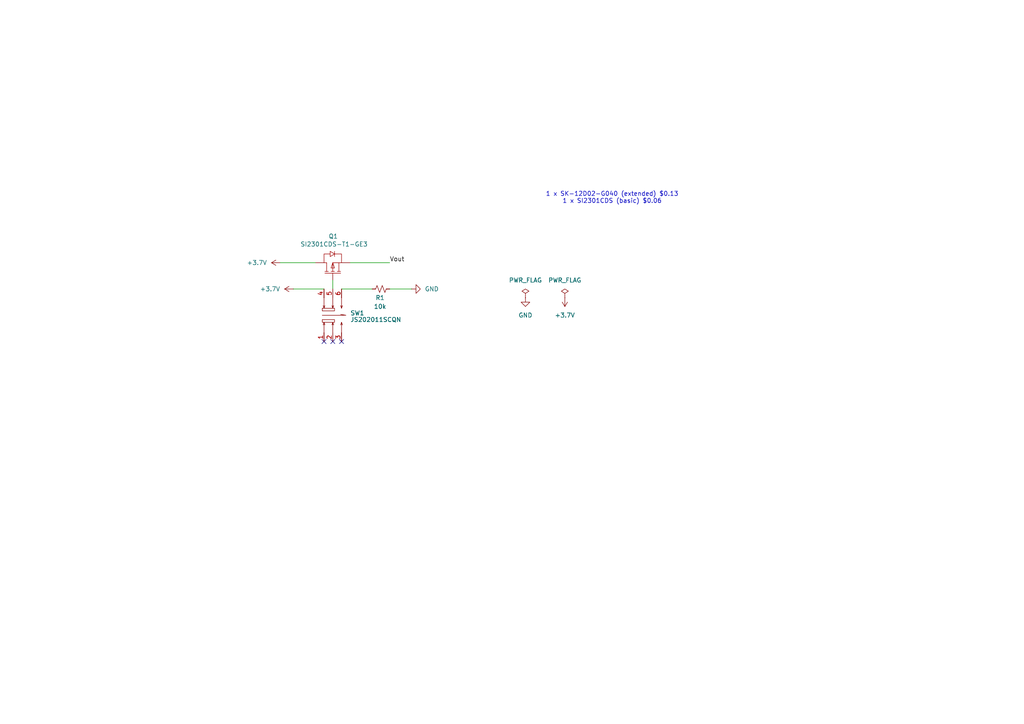
<source format=kicad_sch>
(kicad_sch (version 20250114) (generator "eeschema") (generator_version "9.0")
  (paper "A4")
  (title_block (title "ON / OFF Switch") (date "2025-03-25") (rev "v0") (company "University of Cape Town") (comment 4 "@author: Saeed Solomon"))
  (lib_symbols
    (symbol "Device:R_Small_US" (pin_numbers (hide yes)) (pin_names (offset 0.254) (hide yes))
      (property "Reference" "R" (at 0.762 0.508 0))
      (property "Value" "R_Small_US" (at 0.762 -1.016 0))
      (symbol "R_Small_US_1_1"
        (polyline (pts (xy 0 1.524) (xy 1.016 1.143) (xy 0 0.762) (xy -1.016 0.381) (xy 0 0)))
        (polyline (pts (xy 0 0) (xy 1.016 -0.381) (xy 0 -0.762) (xy -1.016 -1.143) (xy 0 -1.524)))
        (pin passive line (at 0 2.54 270) (length 1.016) (name "~") (number "1"))
        (pin passive line (at 0 -2.54 90) (length 1.016) (name "~") (number "2"))
      )
    )
    (symbol "ON_OFF_Switch-altium-import:root_0_JS202011SCQN_" (pin_names (hide yes))
      (symbol "root_0_JS202011SCQN__1_0"
        (rectangle (start -3.048 2.032) (end 0.508 1.27) (stroke (width 0) (color 136 0 0 1)))
        (polyline (pts (xy -3.048 0) (xy 3.81 0) (xy 3.81 0) (xy 2.286 0.254)) (stroke (width 0) (color 136 0 0 1)))
        (rectangle (start -3.048 -1.27) (end 0.508 -2.032) (stroke (width 0) (color 136 0 0 1)))
        (polyline (pts (xy -2.54 5.08) (xy -2.54 2.032) (xy -2.54 2.032) (xy -2.286 2.794)) (stroke (width 0) (color 136 0 0 1)))
        (polyline (pts (xy -2.54 2.032) (xy -2.794 2.794)) (stroke (width 0) (color 136 0 0 1)))
        (polyline (pts (xy -2.54 -2.032) (xy -2.794 -2.794)) (stroke (width 0) (color 136 0 0 1)))
        (polyline (pts (xy -2.54 -5.08) (xy -2.54 -2.032) (xy -2.54 -2.032) (xy -2.286 -2.794)) (stroke (width 0) (color 136 0 0 1)))
        (polyline (pts (xy 0 5.08) (xy 0 2.032) (xy 0 2.032) (xy 0.254 2.794)) (stroke (width 0) (color 136 0 0 1)))
        (polyline (pts (xy 0 2.032) (xy -0.254 2.794)) (stroke (width 0) (color 136 0 0 1)))
        (polyline (pts (xy 0 -2.032) (xy -0.254 -2.794)) (stroke (width 0) (color 136 0 0 1)))
        (polyline (pts (xy 0 -5.08) (xy 0 -2.032) (xy 0 -2.032) (xy 0.254 -2.794)) (stroke (width 0) (color 136 0 0 1)))
        (polyline (pts (xy 2.54 5.08) (xy 2.54 2.032) (xy 2.54 2.032) (xy 2.794 2.794)) (stroke (width 0) (color 136 0 0 1)))
        (polyline (pts (xy 2.54 2.032) (xy 2.286 2.794)) (stroke (width 0) (color 136 0 0 1)))
        (polyline (pts (xy 2.54 -2.032) (xy 2.286 -2.794)) (stroke (width 0) (color 136 0 0 1)))
        (polyline (pts (xy 2.54 -5.08) (xy 2.54 -2.032) (xy 2.54 -2.032) (xy 2.794 -2.794)) (stroke (width 0) (color 136 0 0 1)))
        (pin passive line (at -2.54 7.62 270) (length 2.54) (name "4") (number "4"))
        (pin passive line (at -2.54 -7.62 90) (length 2.54) (name "1") (number "1"))
        (pin passive line (at 0 7.62 270) (length 2.54) (name "5") (number "5"))
        (pin passive line (at 0 -7.62 90) (length 2.54) (name "2") (number "2"))
        (pin passive line (at 2.54 7.62 270) (length 2.54) (name "6") (number "6"))
        (pin passive line (at 2.54 -7.62 90) (length 2.54) (name "3") (number "3"))
      )
    )
    (symbol "power:+3.3V" (power) (pin_numbers (hide yes)) (pin_names (offset 0) (hide yes))
      (property "Value" "+3.3V" (at 0 3.556 0))
      (symbol "+3.3V_0_1"
        (polyline (pts (xy -0.762 1.27) (xy 0 2.54)))
        (polyline (pts (xy 0 2.54) (xy 0.762 1.27)))
        (polyline (pts (xy 0 0) (xy 0 2.54)))
      )
      (symbol "+3.3V_1_1"
        (pin power_in line (at 0 0 90) (length 0) (name "~") (number "1"))
      )
    )
    (symbol "power:GND" (power) (pin_numbers (hide yes)) (pin_names (offset 0) (hide yes))
      (property "Value" "GND" (at 0 -3.81 0))
      (symbol "GND_0_1"
        (polyline (pts (xy 0 0) (xy 0 -1.27) (xy 1.27 -1.27) (xy 0 -2.54) (xy -1.27 -1.27) (xy 0 -1.27)))
      )
      (symbol "GND_1_1"
        (pin power_in line (at 0 0 270) (length 0) (name "~") (number "1"))
      )
    )
    (symbol "power:PWR_FLAG" (power) (pin_numbers (hide yes)) (pin_names (offset 0) (hide yes))
      (property "Value" "PWR_FLAG" (at 0 3.81 0))
      (symbol "PWR_FLAG_0_0"
        (pin power_out line (at 0 0 90) (length 0) (name "~") (number "1"))
      )
      (symbol "PWR_FLAG_0_1"
        (polyline (pts (xy 0 0) (xy 0 1.27) (xy -1.016 1.905) (xy 0 2.54) (xy 1.016 1.905) (xy 0 1.27)))
      )
    )
    (symbol "temp-altium-import:root_0_SI2301CDS-T1-GE3_" (pin_numbers (hide yes)) (pin_names (hide yes))
      (symbol "root_0_SI2301CDS-T1-GE3__1_0"
        (polyline (pts (xy -1.778 2.286) (xy -1.778 -2.286)) (stroke (width 0) (color 160 0 0 1)))
        (polyline (pts (xy -1.27 1.27) (xy -1.27 2.286)) (stroke (width 0) (color 160 0 0 1)))
        (polyline (pts (xy -1.27 0) (xy 1.27 0) (xy 1.27 0) (xy 1.27 -2.54)) (stroke (width 0) (color 160 0 0 1)))
        (polyline (pts (xy -1.27 -0.508) (xy -1.27 0.508)) (stroke (width 0) (color 160 0 0 1)))
        (polyline (pts (xy -1.27 -2.286) (xy -1.27 -1.27)) (stroke (width 0) (color 160 0 0 1)))
        (polyline (pts (xy 1.27 1.778) (xy -1.27 1.778)) (stroke (width 0) (color 160 0 0 1)))
        (polyline (pts (xy 1.27 1.778) (xy 1.27 2.54) (xy 1.27 2.54) (xy 3.81 2.54) (xy 3.81 2.54) (xy 3.81 0.762)) (stroke (width 0) (color 160 0 0 1)))
        (polyline (pts (xy 1.27 0) (xy -0.254 0.508) (xy -0.254 0.508) (xy -0.254 -0.508) (xy -0.254 -0.508) (xy 1.27 0)) (stroke (width 0) (color 160 0 0 1)))
        (polyline (pts (xy 1.27 -1.778) (xy -1.27 -1.778)) (stroke (width 0) (color 160 0 0 1)))
        (polyline (pts (xy 1.27 -2.54) (xy 3.81 -2.54) (xy 3.81 -2.54) (xy 3.81 -0.508)) (stroke (width 0) (color 160 0 0 1)))
        (polyline (pts (xy 3.81 -0.508) (xy 4.572 0.762) (xy 4.572 0.762) (xy 3.048 0.762) (xy 3.048 0.762) (xy 3.81 -0.508)) (stroke (width 0) (color 160 0 0 1)))
        (polyline (pts (xy 4.572 -0.508) (xy 4.318 -0.508) (xy 4.318 -0.508) (xy 3.302 -0.508) (xy 3.302 -0.508) (xy 3.048 -0.508)) (stroke (width 0) (color 160 0 0 1)))
        (pin passive line (at -3.81 0 0) (length 2.032) (name "G") (number "1"))
        (pin passive line (at 1.27 5.08 270) (length 2.54) (name "D") (number "3"))
        (pin passive line (at 1.27 -5.08 90) (length 2.54) (name "S") (number "2"))
      )
    )
  )
  (text "1 x SK-12D02-G040 (extended) $0.13\n1 x SI2301CDS (basic) $0.06" (at 177.546 57.404 0) (effects (font (size 1.27 1.27))))
  (no_connect (at 99.06 99.06))
  (no_connect (at 93.98 99.06))
  (no_connect (at 96.52 99.06))
  (wire (pts (xy 96.52 81.28) (xy 96.52 83.82)))
  (wire (pts (xy 81.28 76.2) (xy 91.44 76.2)))
  (wire (pts (xy 107.95 83.82) (xy 99.06 83.82)))
  (wire (pts (xy 119.38 83.82) (xy 113.03 83.82)))
  (wire (pts (xy 101.6 76.2) (xy 113.03 76.2)))
  (wire (pts (xy 85.09 83.82) (xy 93.98 83.82)))
  (label "Vout" (at 113.03 76.2 0))
  (symbol (lib_id "power:+3.3V") (at 163.83 86.36 180) (unit 1)
    (property "Reference" "#PWR05" (effects (hide yes)))
    (property "Value" "+3.7V" (at 163.83 91.44 0))
    (property "Description" "Power symbol creates a global label with name \"+3.3V\"" (effects (hide yes)))
  )
  (symbol (lib_id "power:PWR_FLAG") (at 152.4 86.36 0) (unit 1)
    (property "Reference" "#FLG01" (effects (hide yes)))
    (property "Value" "PWR_FLAG" (at 152.4 81.28 0))
    (property "Description" "Special symbol for telling ERC where power comes from" (effects (hide yes)))
  )
  (symbol (lib_id "temp-altium-import:root_0_SI2301CDS-T1-GE3_") (at 96.52 77.47 90) (unit 1)
    (property "Reference" "Q1" (at 98.044 67.818 90) (effects (justify left bottom)))
    (property "Value" "SI2301CDS-T1-GE3" (at 106.68 70.104 90) (effects (justify left bottom)))
    (property "Footprint" "Package_TO_SOT_SMD:SOT-23_Handsoldering" (effects (hide yes)))
    (property "Datasheet" "https://jlcpcb.com/api/file/downloadByFileSystemAccessId/8579707746213814272" (effects (hide yes)))
    (property "SYMBOL" "SI2301CDS-T1-GE3" (effects (hide yes)))
    (property "DEVICE" "SI2301CDS-T1-GE3" (effects (hide yes)))
    (property "LCSC" "C10487" (effects (hide yes)))
    (property "SUPPLIER PART" "C10487" (effects (hide yes)))
    (property "MANUFACTURER" "VISHAY(威世)" (effects (hide yes)))
    (property "MANUFACTURER PART" "SI2301CDS-T1-GE3" (effects (hide yes)))
    (property "SUPPLIER FOOTPRINT" "SOT-23" (effects (hide yes)))
    (property "JLCPCB PART CLASS" "Basic Part" (effects (hide yes)))
    (property "DATASHEET" "https://atta.szlcsc.com/upload/public/pdf/source/20180621/C10487_757133A2CC00440C4C7DD3E7E73681E9.pdf" (effects (hide yes)))
    (property "SUPPLIER" "LCSC" (effects (hide yes)))
    (property "ADD INTO BOM" "yes" (effects (hide yes)))
    (property "CONVERT TO PCB" "yes" (effects (hide yes)))
    (property "TYPE" "1 Piece P-Channel" (effects (hide yes)))
    (property "DRAIN SOURCE ON RESISTANCE (RDS(ON)@VGS,ID)" "0.112Ω@4.5V,2.8A" (effects (hide yes)))
    (property "POWER DISSIPATION (PD)" "0.86W" (effects (hide yes)))
    (property "GATE THRESHOLD VOLTAGE (VGS(TH)@ID)" "1V@250uA" (effects (hide yes)))
    (property "TOTAL GATE CHARGE (QG@VGS)" "3.3nC@10V" (effects (hide yes)))
    (property "INPUT CAPACITANCE (CISS@VDS)" "405pF@10V" (effects (hide yes)))
    (property "REVERSE TRANSFER CAPACITANCE (CRSS@VDS)" "55pF@10V" (effects (hide yes)))
    (property "OPERATING TEMPERATURE" "-55℃~+150℃" (effects (hide yes)))
  )
  (symbol (lib_id "power:GND") (at 119.38 83.82 90) (unit 1)
    (property "Reference" "#PWR03" (effects (hide yes)))
    (property "Value" "GND" (at 123.19 83.8199 90) (effects (justify right)))
    (property "Description" "Power symbol creates a global label with name \"GND\" , ground" (effects (hide yes)))
  )
  (symbol (lib_id "Device:R_Small_US") (at 110.49 83.82 90) (unit 1)
    (property "Reference" "R1" (at 110.236 86.36 90))
    (property "Value" "10k" (at 110.236 88.9 90))
    (property "Footprint" "Resistor_SMD:R_0402_1005Metric_Pad0.72x0.64mm_HandSolder" (effects (hide yes)))
    (property "Datasheet" "https://jlcpcb.com/api/file/downloadByFileSystemAccessId/8556212101498380288" (effects (hide yes)))
    (property "Description" "Resistor, small US symbol" (effects (hide yes)))
    (property "LSCS" "C25744" (effects (hide yes)))
  )
  (symbol (lib_id "power:+3.3V") (at 85.09 83.82 90) (unit 1)
    (property "Reference" "#PWR02" (effects (hide yes)))
    (property "Value" "+3.7V" (at 81.28 83.8199 90) (effects (justify left)))
    (property "Description" "Power symbol creates a global label with name \"+3.3V\"" (effects (hide yes)))
  )
  (symbol (lib_id "ON_OFF_Switch-altium-import:root_0_JS202011SCQN_") (at 96.52 91.44 0) (unit 1)
    (property "Reference" "SW1" (at 101.6 90.8049 0) (effects (justify left)))
    (property "Value" "JS202011SCQN" (at 101.6 92.71 0) (effects (justify left)))
    (property "Footprint" "Button_Switch_THT:SW_CK_JS202011AQN_DPDT_Angled" (effects (hide yes)))
  )
  (symbol (lib_id "power:+3.3V") (at 81.28 76.2 90) (unit 1)
    (property "Reference" "#PWR01" (effects (hide yes)))
    (property "Value" "+3.7V" (at 77.47 76.1999 90) (effects (justify left)))
    (property "Description" "Power symbol creates a global label with name \"+3.3V\"" (effects (hide yes)))
  )
  (symbol (lib_id "power:GND") (at 152.4 86.36 0) (unit 1)
    (property "Reference" "#PWR04" (effects (hide yes)))
    (property "Value" "GND" (at 152.4 91.44 0))
    (property "Description" "Power symbol creates a global label with name \"GND\" , ground" (effects (hide yes)))
  )
  (symbol (lib_id "power:PWR_FLAG") (at 163.83 86.36 0) (unit 1)
    (property "Reference" "#FLG02" (effects (hide yes)))
    (property "Value" "PWR_FLAG" (at 163.83 81.28 0))
    (property "Description" "Special symbol for telling ERC where power comes from" (effects (hide yes)))
  )
)
</source>
